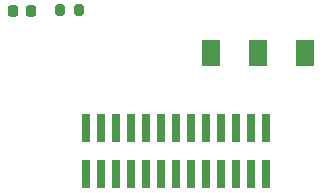
<source format=gbr>
%TF.GenerationSoftware,KiCad,Pcbnew,(7.0.0)*%
%TF.CreationDate,2023-04-30T12:38:50+09:00*%
%TF.ProjectId,RES_project,5245535f-7072-46f6-9a65-63742e6b6963,rev?*%
%TF.SameCoordinates,Original*%
%TF.FileFunction,Paste,Top*%
%TF.FilePolarity,Positive*%
%FSLAX46Y46*%
G04 Gerber Fmt 4.6, Leading zero omitted, Abs format (unit mm)*
G04 Created by KiCad (PCBNEW (7.0.0)) date 2023-04-30 12:38:50*
%MOMM*%
%LPD*%
G01*
G04 APERTURE LIST*
G04 Aperture macros list*
%AMRoundRect*
0 Rectangle with rounded corners*
0 $1 Rounding radius*
0 $2 $3 $4 $5 $6 $7 $8 $9 X,Y pos of 4 corners*
0 Add a 4 corners polygon primitive as box body*
4,1,4,$2,$3,$4,$5,$6,$7,$8,$9,$2,$3,0*
0 Add four circle primitives for the rounded corners*
1,1,$1+$1,$2,$3*
1,1,$1+$1,$4,$5*
1,1,$1+$1,$6,$7*
1,1,$1+$1,$8,$9*
0 Add four rect primitives between the rounded corners*
20,1,$1+$1,$2,$3,$4,$5,0*
20,1,$1+$1,$4,$5,$6,$7,0*
20,1,$1+$1,$6,$7,$8,$9,0*
20,1,$1+$1,$8,$9,$2,$3,0*%
G04 Aperture macros list end*
%ADD10R,1.524000X2.286000*%
%ADD11R,0.740000X2.400000*%
%ADD12RoundRect,0.218750X-0.218750X-0.256250X0.218750X-0.256250X0.218750X0.256250X-0.218750X0.256250X0*%
%ADD13RoundRect,0.200000X-0.200000X-0.275000X0.200000X-0.275000X0.200000X0.275000X-0.200000X0.275000X0*%
G04 APERTURE END LIST*
D10*
%TO.C,SW2*%
X70999999Y-36908499D03*
X74999999Y-36908499D03*
X78999999Y-36908499D03*
%TD*%
D11*
%TO.C,U1*%
X60379999Y-47189999D03*
X60379999Y-43289999D03*
X61649999Y-47189999D03*
X61649999Y-43289999D03*
X62919999Y-47189999D03*
X62919999Y-43289999D03*
X64189999Y-47189999D03*
X64189999Y-43289999D03*
X65459999Y-47189999D03*
X65459999Y-43289999D03*
X66729999Y-47189999D03*
X66729999Y-43289999D03*
X67999999Y-47189999D03*
X67999999Y-43289999D03*
X69269999Y-47189999D03*
X69269999Y-43289999D03*
X70539999Y-47189999D03*
X70539999Y-43289999D03*
X71809999Y-47189999D03*
X71809999Y-43289999D03*
X73079999Y-47189999D03*
X73079999Y-43289999D03*
X74349999Y-47189999D03*
X74349999Y-43289999D03*
X75619999Y-47189999D03*
X75619999Y-43289999D03*
%TD*%
D12*
%TO.C,D1*%
X54225000Y-33360000D03*
X55800000Y-33360000D03*
%TD*%
D13*
%TO.C,R1*%
X58197500Y-33320000D03*
X59847500Y-33320000D03*
%TD*%
M02*

</source>
